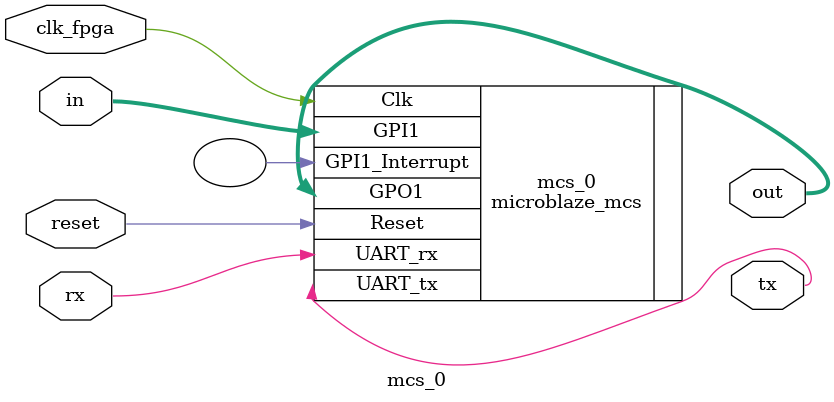
<source format=v>
`timescale 1ns / 1ps
module mcs_0(
	input clk_fpga,
	input reset,
	input rx,
	output tx,
	input[7:0] in,
	output[7:0] out
    );

microblaze_mcs mcs_0(
	.Clk(clk_fpga),
	.Reset(reset),
	.UART_rx(rx),
	.UART_tx(tx),
	.GPI1(in),
	.GPO1(out),
	.GPI1_Interrupt()
	);

endmodule

</source>
